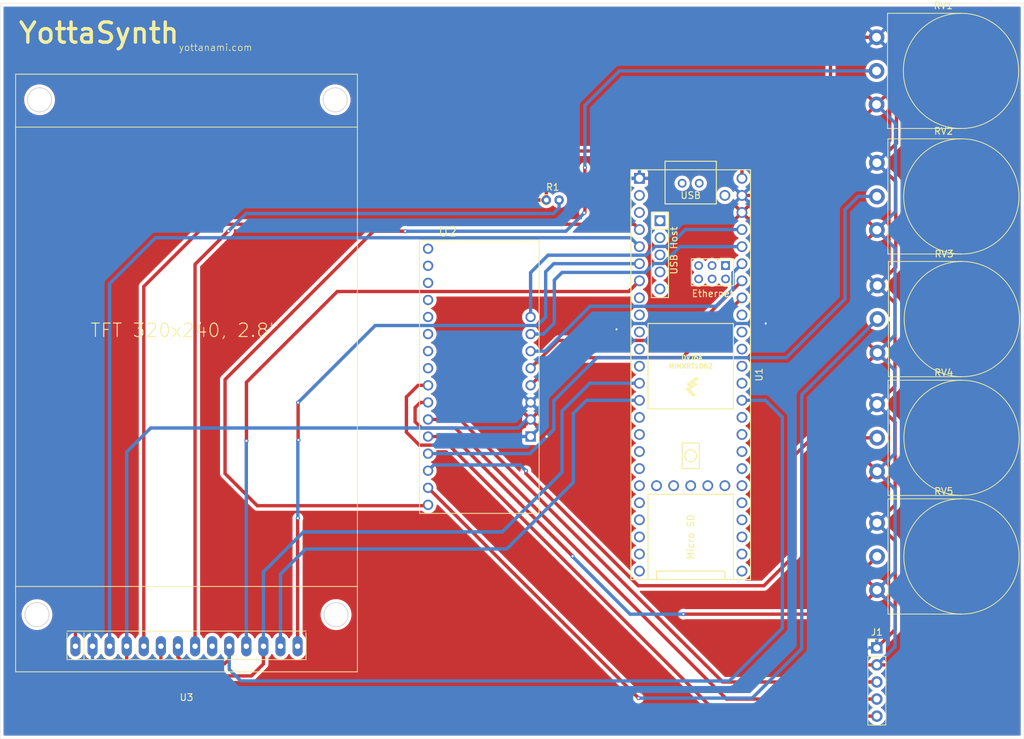
<source format=kicad_pcb>
(kicad_pcb (version 20240108) (generator "pcbnew") (generator_version "8.0")
  (layers (0 "F.Cu" signal) (31 "B.Cu" signal) (34 "B.Paste" user) (35 "F.Paste" user) (36 "B.SilkS" user "B.Silkscreen") (37 "F.SilkS" user "F.Silkscreen") (38 "B.Mask" user) (39 "F.Mask" user) (44 "Edge.Cuts" user))
  (net 0 "")
  (net 1 "Net-(J1-Pin_3)")
  (net 2 "Net-(J1-Pin_4)")
  (net 3 "Net-(J1-Pin_5)")
  (net 4 "Net-(U1-VIN)")
  (net 5 "Net-(U3-LED)")
  (net 6 "Net-(U2-C0)")
  (net 7 "Net-(U2-C3)")
  (net 8 "Net-(U2-C1)")
  (net 9 "Net-(U2-C2)")
  (net 10 "Net-(U2-C4)")
  (net 11 "Net-(U1-20_A6_TX5_LRCLK1)")
  (net 12 "Net-(U1-23_A9_CRX1_MCLK1)")
  (net 18 "Net-(U1-19_A5_SCL)")
  (net 25 "Net-(U1-21_A7_RX5_BCLK1)")
  (net 31 "Net-(U1-4_BCLK2)")
  (net 34 "Net-(U1-11_MOSI_CTX1)")
  (net 39 "Net-(U1-2_OUT2)")
  (net 47 "Net-(U1-5_IN2)")
  (net 50 "Net-(U1-22_A8_CTX1)")
  (net 57 "Net-(U1-3_LRCLK2)")
  (net 63 "Net-(U1-13_SCK_LED)")
  (net 68 "Net-(U1-12_MISO_MQSL)")
  (net 83 "/3V3")
  (net 84 "GND")
  (footprint "Potentiometer_THT:Potentiometer_Omeg_PC16BU_Vertical" (layer "F.Cu") (at 225.35 119.12)
    (property "Reference" "RV5" (at 9.915 -14.7 0) (layer "F.SilkS"))
    (property "Value" "R_Potentiometer")
    (fp_line (start 1.63 -13.57) (end 1.63 3.57) (stroke (width 0.12)) (layer "F.SilkS"))
    (fp_line (start 1.63 -13.57) (end 12.55 -13.57) (stroke (width 0.12)) (layer "F.SilkS"))
    (fp_line (start 1.63 3.57) (end 12.55 3.57) (stroke (width 0.12)) (layer "F.SilkS"))
    (fp_circle (center 12.55 -5) (end 21.12 -5) (stroke (width 0.12)) (fill none) (layer "F.SilkS"))
    (pad "1" thru_hole circle (at 0 0) (size 2.34 2.34) (drill 1.3) (layers "*.Cu" "*.Mask") (net 83 "/3V3"))
    (pad "2" thru_hole circle (at 0 -5) (size 2.34 2.34) (drill 1.3) (layers "*.Cu" "*.Mask") (net 10 "Net-(U2-C4)"))
    (pad "3" thru_hole circle (at 0 -10) (size 2.34 2.34) (drill 1.3) (layers "*.Cu" "*.Mask") (net 84 "GND"))
  )
  (footprint "Potentiometer_THT:Potentiometer_Omeg_PC16BU_Vertical" (layer "F.Cu") (at 225.41 83.81)
    (property "Reference" "RV3" (at 9.915 -14.7 0) (layer "F.SilkS"))
    (property "Value" "R_Potentiometer")
    (fp_line (start 1.63 -13.57) (end 1.63 3.57) (stroke (width 0.12)) (layer "F.SilkS"))
    (fp_line (start 1.63 -13.57) (end 12.55 -13.57) (stroke (width 0.12)) (layer "F.SilkS"))
    (fp_line (start 1.63 3.57) (end 12.55 3.57) (stroke (width 0.12)) (layer "F.SilkS"))
    (fp_circle (center 12.55 -5) (end 21.12 -5) (stroke (width 0.12)) (fill none) (layer "F.SilkS"))
    (pad "1" thru_hole circle (at 0 0) (size 2.34 2.34) (drill 1.3) (layers "*.Cu" "*.Mask") (net 83 "/3V3"))
    (pad "2" thru_hole circle (at 0 -5) (size 2.34 2.34) (drill 1.3) (layers "*.Cu" "*.Mask") (net 8 "Net-(U2-C1)"))
    (pad "3" thru_hole circle (at 0 -10) (size 2.34 2.34) (drill 1.3) (layers "*.Cu" "*.Mask") (net 84 "GND"))
  )
  (footprint "Resistor_THT:R_Axial_DIN0204_L3.6mm_D1.6mm_P1.90mm_Vertical" (layer "F.Cu") (at 176.19 61.1)
    (property "Reference" "R1" (at 0.95 -1.92 0) (layer "F.SilkS"))
    (property "Value" "R")
    (fp_arc (start 0.320095 0.749359) (mid -0.813042 -0.054435) (end 0.417133 -0.7) (stroke (width 0.12)) (layer "F.SilkS"))
    (pad "1" thru_hole circle (at 0 0) (size 1.4 1.4) (drill 0.7) (layers "*.Cu" "*.Mask") (net 4 "Net-(U1-VIN)"))
    (pad "2" thru_hole oval (at 1.9 0) (size 1.4 1.4) (drill 0.7) (layers "*.Cu" "*.Mask") (net 5 "Net-(U3-LED)"))
  )
  (footprint "BOB-09056:MODULE_BOB-09056" (layer "F.Cu") (at 166.23 87.39)
    (property "Reference" "U2" (at -4.695 -21.589 0) (layer "F.SilkS") (effects (font (size 1.4 1.4))))
    (property "Value" "BOB-09056")
    (fp_line (start -8.89 -20.32) (end -8.89 20.32) (stroke (width 0.127)) (layer "F.SilkS"))
    (fp_line (start -8.89 20.32) (end 8.89 20.32) (stroke (width 0.127)) (layer "F.SilkS"))
    (fp_line (start 8.89 -20.32) (end -8.89 -20.32) (stroke (width 0.127)) (layer "F.SilkS"))
    (fp_line (start 8.89 20.32) (end 8.89 -20.32) (stroke (width 0.127)) (layer "F.SilkS"))
    (fp_circle (center 10 8.89) (end 10.1 8.89) (stroke (width 0.2)) (fill none) (layer "F.SilkS"))
    (pad "JP1-1" thru_hole circle (at -7.62 19.05) (size 1.53 1.53) (drill 1.02) (layers "*.Cu" "*.Mask") (net 6 "Net-(U2-C0)"))
    (pad "JP1-2" thru_hole circle (at -7.62 16.51) (size 1.53 1.53) (drill 1.02) (layers "*.Cu" "*.Mask") (net 8 "Net-(U2-C1)"))
    (pad "JP1-3" thru_hole circle (at -7.62 13.97) (size 1.53 1.53) (drill 1.02) (layers "*.Cu" "*.Mask") (net 9 "Net-(U2-C2)"))
    (pad "JP1-4" thru_hole circle (at -7.62 11.43) (size 1.53 1.53) (drill 1.02) (layers "*.Cu" "*.Mask") (net 7 "Net-(U2-C3)"))
    (pad "JP1-5" thru_hole circle (at -7.62 8.89) (size 1.53 1.53) (drill 1.02) (layers "*.Cu" "*.Mask") (net 10 "Net-(U2-C4)"))
    (pad "JP1-6" thru_hole circle (at -7.62 6.35) (size 1.53 1.53) (drill 1.02) (layers "*.Cu" "*.Mask") (net 1 "Net-(J1-Pin_3)"))
    (pad "JP1-7" thru_hole circle (at -7.62 3.81) (size 1.53 1.53) (drill 1.02) (layers "*.Cu" "*.Mask") (net 2 "Net-(J1-Pin_4)"))
    (pad "JP1-8" thru_hole circle (at -7.62 1.27) (size 1.53 1.53) (drill 1.02) (layers "*.Cu" "*.Mask") (net 3 "Net-(J1-Pin_5)"))
    (pad "JP1-9" thru_hole circle (at -7.62 -1.27) (size 1.53 1.53) (drill 1.02) (layers "*.Cu" "*.Mask"))
    (pad "JP1-10" thru_hole circle (at -7.62 -3.81) (size 1.53 1.53) (drill 1.02) (layers "*.Cu" "*.Mask"))
    (pad "JP1-11" thru_hole circle (at -7.62 -6.35) (size 1.53 1.53) (drill 1.02) (layers "*.Cu" "*.Mask"))
    (pad "JP1-12" thru_hole circle (at -7.62 -8.89) (size 1.53 1.53) (drill 1.02) (layers "*.Cu" "*.Mask"))
    (pad "JP1-13" thru_hole circle (at -7.62 -11.43) (size 1.53 1.53) (drill 1.02) (layers "*.Cu" "*.Mask"))
    (pad "JP1-14" thru_hole circle (at -7.62 -13.97) (size 1.53 1.53) (drill 1.02) (layers "*.Cu" "*.Mask"))
    (pad "JP1-15" thru_hole circle (at -7.62 -16.51) (size 1.53 1.53) (drill 1.02) (layers "*.Cu" "*.Mask"))
    (pad "JP1-16" thru_hole circle (at -7.62 -19.05) (size 1.53 1.53) (drill 1.02) (layers "*.Cu" "*.Mask"))
    (pad "JP3-1" thru_hole rect (at 7.62 8.89) (size 1.53 1.53) (drill 1.02) (layers "*.Cu" "*.Mask") (net 84 "GND"))
    (pad "JP3-2" thru_hole circle (at 7.62 6.35) (size 1.53 1.53) (drill 1.02) (layers "*.Cu" "*.Mask") (net 83 "/3V3"))
    (pad "JP3-3" thru_hole circle (at 7.62 3.81) (size 1.53 1.53) (drill 1.02) (layers "*.Cu" "*.Mask") (net 84 "GND"))
    (pad "JP3-4" thru_hole circle (at 7.62 1.27) (size 1.53 1.53) (drill 1.02) (layers "*.Cu" "*.Mask") (net 18 "Net-(U1-19_A5_SCL)"))
    (pad "JP3-5" thru_hole circle (at 7.62 -1.27) (size 1.53 1.53) (drill 1.02) (layers "*.Cu" "*.Mask") (net 11 "Net-(U1-20_A6_TX5_LRCLK1)"))
    (pad "JP3-6" thru_hole circle (at 7.62 -3.81) (size 1.53 1.53) (drill 1.02) (layers "*.Cu" "*.Mask") (net 25 "Net-(U1-21_A7_RX5_BCLK1)"))
    (pad "JP3-7" thru_hole circle (at 7.62 -6.35) (size 1.53 1.53) (drill 1.02) (layers "*.Cu" "*.Mask") (net 50 "Net-(U1-22_A8_CTX1)"))
    (pad "JP3-8" thru_hole circle (at 7.62 -8.89) (size 1.53 1.53) (drill 1.02) (layers "*.Cu" "*.Mask") (net 12 "Net-(U1-23_A9_CRX1_MCLK1)"))
  )
  (footprint "Potentiometer_THT:Potentiometer_Omeg_PC16BU_Vertical" (layer "F.Cu") (at 225.33 65.56)
    (property "Reference" "RV2" (at 9.915 -14.7 0) (layer "F.SilkS"))
    (property "Value" "R_Potentiometer")
    (fp_line (start 1.63 -13.57) (end 1.63 3.57) (stroke (width 0.12)) (layer "F.SilkS"))
    (fp_line (start 1.63 -13.57) (end 12.55 -13.57) (stroke (width 0.12)) (layer "F.SilkS"))
    (fp_line (start 1.63 3.57) (end 12.55 3.57) (stroke (width 0.12)) (layer "F.SilkS"))
    (fp_circle (center 12.55 -5) (end 21.12 -5) (stroke (width 0.12)) (fill none) (layer "F.SilkS"))
    (pad "1" thru_hole circle (at 0 0) (size 2.34 2.34) (drill 1.3) (layers "*.Cu" "*.Mask") (net 83 "/3V3"))
    (pad "2" thru_hole circle (at 0 -5) (size 2.34 2.34) (drill 1.3) (layers "*.Cu" "*.Mask") (net 7 "Net-(U2-C3)"))
    (pad "3" thru_hole circle (at 0 -10) (size 2.34 2.34) (drill 1.3) (layers "*.Cu" "*.Mask") (net 84 "GND"))
  )
  (footprint "TFT:TFT-320x240" (layer "F.Cu") (at 122.7 127.47)
    (property "Reference" "U3" (at 0 7.62 0) (layer "F.SilkS"))
    (property "Value" "TFT_320x240")
    (fp_line (start -25.4 -85.09) (end -25.4 3.81) (stroke (width 0.12)) (layer "F.SilkS"))
    (fp_line (start -25.4 -77.216) (end 25.4 -77.216) (stroke (width 0.12)) (layer "F.SilkS"))
    (fp_line (start -25.4 -8.89) (end 25.4 -8.89) (stroke (width 0.12)) (layer "F.SilkS"))
    (fp_line (start -25.4 3.81) (end 25.4 3.81) (stroke (width 0.12)) (layer "F.SilkS"))
    (fp_line (start -17.76 -2.254) (end 17.76 -2.254) (stroke (width 0.12)) (layer "F.SilkS"))
    (fp_line (start -17.76 2) (end -17.76 -2) (stroke (width 0.12)) (layer "F.SilkS"))
    (fp_line (start -15.24 -2) (end -15.24 2) (stroke (width 0.12)) (layer "F.SilkS"))
    (fp_line (start 17.76 -2) (end 17.76 2) (stroke (width 0.12)) (layer "F.SilkS"))
    (fp_line (start 17.76 2) (end -17.76 2) (stroke (width 0.12)) (layer "F.SilkS"))
    (fp_line (start 25.4 -85.09) (end -25.4 -85.09) (stroke (width 0.12)) (layer "F.SilkS"))
    (fp_line (start 25.4 3.81) (end 25.4 -85.09) (stroke (width 0.12)) (layer "F.SilkS"))
    (fp_circle (center -22.225 -4.699) (end -20.428949 -4.699) (stroke (width 0.12)) (fill none) (layer "Edge.Cuts"))
    (fp_circle (center -21.844 -81.28) (end -20.047949 -81.28) (stroke (width 0.12)) (fill none) (layer "Edge.Cuts"))
    (fp_circle (center 22.098 -81.28) (end 23.894051 -81.28) (stroke (width 0.12)) (fill none) (layer "Edge.Cuts"))
    (fp_circle (center 22.225 -4.699) (end 24.021051 -4.699) (stroke (width 0.12)) (fill none) (layer "Edge.Cuts"))
    (fp_text user "TFT 320x240, 2.8\"" (at -0.254 -46.99 0) (layer "F.SilkS") (effects (font (size 2 2))))
    (pad "1" thru_hole oval (at -16.51 0) (size 1.5 3) (drill 0.8) (layers "*.Cu" "*.Mask") (net 4 "Net-(U1-VIN)"))
    (pad "2" thru_hole oval (at -13.97 0) (size 1.5 3) (drill 0.8) (layers "*.Cu" "*.Mask") (net 84 "GND"))
    (pad "3" thru_hole oval (at -11.43 0) (size 1.5 3) (drill 0.8) (layers "*.Cu" "*.Mask") (net 57 "Net-(U1-3_LRCLK2)"))
    (pad "4" thru_hole oval (at -8.89 0) (size 1.5 3) (drill 0.8) (layers "*.Cu" "*.Mask") (net 83 "/3V3"))
    (pad "5" thru_hole oval (at -6.35 0) (size 1.5 3) (drill 0.8) (layers "*.Cu" "*.Mask") (net 39 "Net-(U1-2_OUT2)"))
    (pad "6" thru_hole oval (at -3.81 0) (size 1.5 3) (drill 0.8) (layers "*.Cu" "*.Mask") (net 34 "Net-(U1-11_MOSI_CTX1)"))
    (pad "7" thru_hole oval (at -1.27 0) (size 1.5 3) (drill 0.8) (layers "*.Cu" "*.Mask") (net 63 "Net-(U1-13_SCK_LED)"))
    (pad "8" thru_hole oval (at 1.27 0) (size 1.5 3) (drill 0.8) (layers "*.Cu" "*.Mask") (net 5 "Net-(U3-LED)"))
    (pad "9" thru_hole oval (at 3.81 0) (size 1.5 3) (drill 0.8) (layers "*.Cu" "*.Mask"))
    (pad "10" thru_hole oval (at 6.35 0) (size 1.5 3) (drill 0.8) (layers "*.Cu" "*.Mask") (net 63 "Net-(U1-13_SCK_LED)"))
    (pad "11" thru_hole oval (at 8.89 0) (size 1.5 3) (drill 0.8) (layers "*.Cu" "*.Mask") (net 47 "Net-(U1-5_IN2)"))
    (pad "12" thru_hole oval (at 11.43 0) (size 1.5 3) (drill 0.8) (layers "*.Cu" "*.Mask") (net 34 "Net-(U1-11_MOSI_CTX1)"))
    (pad "13" thru_hole oval (at 13.97 0) (size 1.5 3) (drill 0.8) (layers "*.Cu" "*.Mask") (net 68 "Net-(U1-12_MISO_MQSL)"))
    (pad "14" thru_hole oval (at 16.51 0) (size 1.5 3) (drill 0.8) (layers "*.Cu" "*.Mask") (net 31 "Net-(U1-4_BCLK2)"))
  )
  (footprint "TEENAY:Teensy" (layer "F.Cu") (at 197.65 87.08 -90)
    (property "Reference" "U1" (at 0 -10.16 90) (layer "F.SilkS"))
    (property "Value" "Teensy4.1")
    (fp_line (start -30.48 8.89) (end -30.48 -8.89) (stroke (width 0.15)) (layer "F.SilkS"))
    (fp_line (start 30.48 8.89) (end -30.48 8.89) (stroke (width 0.15)) (layer "F.SilkS"))
    (fp_line (start -7.62 6.35) (end 5.08 6.35) (stroke (width 0.15)) (layer "F.SilkS"))
    (fp_line (start 5.08 6.35) (end 5.08 -6.35) (stroke (width 0.15)) (layer "F.SilkS"))
    (fp_line (start 17.78 6.35) (end 30.48 6.35) (stroke (width 0.15)) (layer "F.SilkS"))
    (fp_line (start -24.1808 5.8392) (end -24.1808 3.2992) (stroke (width 0.15)) (layer "F.SilkS"))
    (fp_line (start -11.4808 5.8392) (end -24.1808 5.8392) (stroke (width 0.15)) (layer "F.SilkS"))
    (fp_line (start 29.21 5.08) (end 30.48 5.08) (stroke (width 0.15)) (layer "F.SilkS"))
    (fp_line (start -31.75 3.81) (end -31.75 -3.81) (stroke (width 0.15)) (layer "F.SilkS"))
    (fp_line (start -30.48 3.81) (end -31.75 3.81) (stroke (width 0.15)) (layer "F.SilkS"))
    (fp_line (start -25.4 3.81) (end -30.48 3.81) (stroke (width 0.15)) (layer "F.SilkS"))
    (fp_line (start -25.4 3.81) (end -25.4 -3.81) (stroke (width 0.15)) (layer "F.SilkS"))
    (fp_line (start -24.1808 3.2992) (end -21.6408 3.2992) (stroke (width 0.15)) (layer "F.SilkS"))
    (fp_line (start -24.1808 3.2992) (end -11.4808 3.2992) (stroke (width 0.15)) (layer "F.SilkS"))
    (fp_line (start -21.6408 3.2992) (end -21.6408 5.8392) (stroke (width 0.15)) (layer "F.SilkS"))
    (fp_line (start -11.4808 3.2992) (end -11.4808 5.8392) (stroke (width 0.15)) (layer "F.SilkS"))
    (fp_line (start 10.16 1.27) (end 10.16 -1.27) (stroke (width 0.15)) (layer "F.SilkS"))
    (fp_line (start 13.97 1.27) (end 10.16 1.27) (stroke (width 0.15)) (layer "F.SilkS"))
    (fp_line (start -17.25 -0.1016) (end -13.25 -0.1016) (stroke (width 0.15)) (layer "F.SilkS"))
    (fp_line (start -13.25 -0.1016) (end -13.25 -6.3516) (stroke (width 0.15)) (layer "F.SilkS"))
    (fp_line (start 10.16 -1.27) (end 13.97 -1.27) (stroke (width 0.15)) (layer "F.SilkS"))
    (fp_line (start 13.97 -1.27) (end 13.97 1.27) (stroke (width 0.15)) (layer "F.SilkS"))
    (fp_line (start -31.75 -3.81) (end -30.48 -3.81) (stroke (width 0.15)) (layer "F.SilkS"))
    (fp_line (start -25.4 -3.81) (end -30.48 -3.81) (stroke (width 0.15)) (layer "F.SilkS"))
    (fp_line (start 29.21 -5.08) (end 29.21 5.08) (stroke (width 0.15)) (layer "F.SilkS"))
    (fp_line (start 30.48 -5.08) (end 29.21 -5.08) (stroke (width 0.15)) (layer "F.SilkS"))
    (fp_line (start -17.25 -6.1016) (end -17.25 -0.1016) (stroke (width 0.15)) (layer "F.SilkS"))
    (fp_line (start -7.62 -6.35) (end -7.62 6.35) (stroke (width 0.15)) (layer "F.SilkS"))
    (fp_line (start 5.08 -6.35) (end -7.62 -6.35) (stroke (width 0.15)) (layer "F.SilkS"))
    (fp_line (start 17.78 -6.35) (end 17.78 6.35) (stroke (width 0.15)) (layer "F.SilkS"))
    (fp_line (start 30.48 -6.35) (end 17.78 -6.35) (stroke (width 0.15)) (layer "F.SilkS"))
    (fp_line (start -17.25 -6.3516) (end -17.25 -6.1016) (stroke (width 0.15)) (layer "F.SilkS"))
    (fp_line (start -13.25 -6.3516) (end -17.25 -6.3516) (stroke (width 0.15)) (layer "F.SilkS"))
    (fp_line (start -30.48 -8.89) (end 30.48 -8.89) (stroke (width 0.15)) (layer "F.SilkS"))
    (fp_line (start 30.48 -8.89) (end 30.48 8.89) (stroke (width 0.15)) (layer "F.SilkS"))
    (fp_circle (center 12.065 0) (end 12.7 -0.635) (stroke (width 0.15)) (fill none) (layer "F.SilkS"))
    (fp_poly (pts (xy 2.435 0.455) (xy 2.181 0.709) (xy 1.927 0.328) (xy 2.181 0.074)) (stroke (width 0.1)) (fill solid) (layer "F.SilkS"))
    (fp_poly (pts (xy 1.673 0.328) (xy 1.419 0.582) (xy 1.165 0.201) (xy 1.419 -0.053)) (stroke (width 0.1)) (fill solid) (layer "F.SilkS"))
    (fp_poly (pts (xy 2.816 0.074) (xy 2.562 0.328) (xy 2.308 -0.053) (xy 2.562 -0.307)) (stroke (width 0.1)) (fill solid) (layer "F.SilkS"))
    (fp_poly (pts (xy 2.054 -0.053) (xy 1.8 0.201) (xy 1.546 -0.18) (xy 1.8 -0.434)) (stroke (width 0.1)) (fill solid) (layer "F.SilkS"))
    (fp_poly (pts (xy 1.292 -0.18) (xy 1.038 0.074) (xy 0.784 -0.307) (xy 1.038 -0.561)) (stroke (width 0.1)) (fill solid) (layer "F.SilkS"))
    (fp_poly (pts (xy 3.197 -0.307) (xy 2.943 -0.053) (xy 2.689 -0.434) (xy 2.943 -0.688)) (stroke (width 0.1)) (fill solid) (layer "F.SilkS"))
    (fp_poly (pts (xy 1.673 -0.561) (xy 1.419 -0.307) (xy 1.165 -0.688) (xy 1.419 -0.942)) (stroke (width 0.1)) (fill solid) (layer "F.SilkS"))
    (fp_poly (pts (xy 0.911 -0.688) (xy 0.657 -0.434) (xy 0.403 -0.815) (xy 0.657 -1.069)) (stroke (width 0.1)) (fill solid) (layer "F.SilkS"))
    (fp_text user "MIMXRT1062" (at -1.27 0 0) (layer "F.SilkS") (effects (font (size 0.7 0.7))))
    (fp_text user "Micro SD" (at 24.13 0 90) (layer "F.SilkS"))
    (fp_text user "DVJ6A" (at -2.54 -0.18 0) (layer "F.SilkS") (effects (font (size 0.7 0.7))))
    (fp_text user "USB" (at -26.67 0 0) (layer "F.SilkS"))
    (fp_text user "USB Host" (at -18.4658 2.4892 90) (layer "F.SilkS"))
    (fp_text user "Ethernet" (at -12.065 -3.2766 0) (layer "F.SilkS"))
    (pad "1" thru_hole rect (at -29.21 7.62 270) (size 1.6 1.6) (drill 1.1) (layers "*.Cu" "*.Mask") (net 84 "GND"))
    (pad "2" thru_hole circle (at -26.67 7.62 270) (size 1.6 1.6) (drill 1.1) (layers "*.Cu" "*.Mask"))
    (pad "3" thru_hole circle (at -24.13 7.62 270) (size 1.6 1.6) (drill 1.1) (layers "*.Cu" "*.Mask"))
    (pad "4" thru_hole circle (at -21.59 7.62 270) (size 1.6 1.6) (drill 1.1) (layers "*.Cu" "*.Mask") (net 39 "Net-(U1-2_OUT2)"))
    (pad "5" thru_hole circle (at -19.05 7.62 270) (size 1.6 1.6) (drill 1.1) (layers "*.Cu" "*.Mask") (net 57 "Net-(U1-3_LRCLK2)"))
    (pad "6" thru_hole circle (at -16.51 7.62 270) (size 1.6 1.6) (drill 1.1) (layers "*.Cu" "*.Mask") (net 31 "Net-(U1-4_BCLK2)"))
    (pad "7" thru_hole circle (at -13.97 7.62 270) (size 1.6 1.6) (drill 1.1) (layers "*.Cu" "*.Mask") (net 47 "Net-(U1-5_IN2)"))
    (pad "8" thru_hole circle (at -11.43 7.62 270) (size 1.6 1.6) (drill 1.1) (layers "*.Cu" "*.Mask"))
    (pad "9" thru_hole circle (at -8.89 7.62 270) (size 1.6 1.6) (drill 1.1) (layers "*.Cu" "*.Mask"))
    (pad "10" thru_hole circle (at -6.35 7.62 270) (size 1.6 1.6) (drill 1.1) (layers "*.Cu" "*.Mask"))
    (pad "11" thru_hole circle (at -3.81 7.62 270) (size 1.6 1.6) (drill 1.1) (layers "*.Cu" "*.Mask"))
    (pad "12" thru_hole circle (at -1.27 7.62 270) (size 1.6 1.6) (drill 1.1) (layers "*.Cu" "*.Mask"))
    (pad "13" thru_hole circle (at 1.27 7.62 270) (size 1.6 1.6) (drill 1.1) (layers "*.Cu" "*.Mask") (net 34 "Net-(U1-11_MOSI_CTX1)"))
    (pad "14" thru_hole circle (at 3.81 7.62 270) (size 1.6 1.6) (drill 1.1) (layers "*.Cu" "*.Mask") (net 68 "Net-(U1-12_MISO_MQSL)"))
    (pad "15" thru_hole circle (at 6.35 7.62 270) (size 1.6 1.6) (drill 1.1) (layers "*.Cu" "*.Mask"))
    (pad "16" thru_hole circle (at 8.89 7.62 270) (size 1.6 1.6) (drill 1.1) (layers "*.Cu" "*.Mask"))
    (pad "17" thru_hole circle (at 11.43 7.62 270) (size 1.6 1.6) (drill 1.1) (layers "*.Cu" "*.Mask"))
    (pad "18" thru_hole circle (at 13.97 7.62 270) (size 1.6 1.6) (drill 1.1) (layers "*.Cu" "*.Mask"))
    (pad "19" thru_hole circle (at 16.51 7.62 270) (size 1.6 1.6) (drill 1.1) (layers "*.Cu" "*.Mask"))
    (pad "20" thru_hole circle (at 19.05 7.62 270) (size 1.6 1.6) (drill 1.1) (layers "*.Cu" "*.Mask"))
    (pad "21" thru_hole circle (at 21.59 7.62 270) (size 1.6 1.6) (drill 1.1) (layers "*.Cu" "*.Mask"))
    (pad "22" thru_hole circle (at 24.13 7.62 270) (size 1.6 1.6) (drill 1.1) (layers "*.Cu" "*.Mask"))
    (pad "23" thru_hole circle (at 26.67 7.62 270) (size 1.6 1.6) (drill 1.1) (layers "*.Cu" "*.Mask"))
    (pad "24" thru_hole circle (at 29.21 7.62 270) (size 1.6 1.6) (drill 1.1) (layers "*.Cu" "*.Mask"))
    (pad "25" thru_hole circle (at 29.21 -7.62 270) (size 1.6 1.6) (drill 1.1) (layers "*.Cu" "*.Mask"))
    (pad "26" thru_hole circle (at 26.67 -7.62 270) (size 1.6 1.6) (drill 1.1) (layers "*.Cu" "*.Mask"))
    (pad "27" thru_hole circle (at 24.13 -7.62 270) (size 1.6 1.6) (drill 1.1) (layers "*.Cu" "*.Mask"))
    (pad "28" thru_hole circle (at 21.59 -7.62 270) (size 1.6 1.6) (drill 1.1) (layers "*.Cu" "*.Mask"))
    (pad "29" thru_hole circle (at 19.05 -7.62 270) (size 1.6 1.6) (drill 1.1) (layers "*.Cu" "*.Mask"))
    (pad "30" thru_hole circle (at 16.51 -7.62 270) (size 1.6 1.6) (drill 1.1) (layers "*.Cu" "*.Mask"))
    (pad "31" thru_hole circle (at 13.97 -7.62 270) (size 1.6 1.6) (drill 1.1) (layers "*.Cu" "*.Mask"))
    (pad "32" thru_hole circle (at 11.43 -7.62 270) (size 1.6 1.6) (drill 1.1) (layers "*.Cu" "*.Mask"))
    (pad "33" thru_hole circle (at 8.89 -7.62 270) (size 1.6 1.6) (drill 1.1) (layers "*.Cu" "*.Mask"))
    (pad "34" thru_hole circle (at 6.35 -7.62 270) (size 1.6 1.6) (drill 1.1) (layers "*.Cu" "*.Mask"))
    (pad "35" thru_hole circle (at 3.81 -7.62 270) (size 1.6 1.6) (drill 1.1) (layers "*.Cu" "*.Mask") (net 63 "Net-(U1-13_SCK_LED)"))
    (pad "36" thru_hole circle (at 1.27 -7.62 270) (size 1.6 1.6) (drill 1.1) (layers "*.Cu" "*.Mask"))
    (pad "37" thru_hole circle (at -1.27 -7.62 270) (size 1.6 1.6) (drill 1.1) (layers "*.Cu" "*.Mask"))
    (pad "38" thru_hole circle (at -3.81 -7.62 270) (size 1.6 1.6) (drill 1.1) (layers "*.Cu" "*.Mask"))
    (pad "39" thru_hole circle (at -6.35 -7.62 270) (size 1.6 1.6) (drill 1.1) (layers "*.Cu" "*.Mask"))
    (pad "40" thru_hole circle (at -8.89 -7.62 270) (size 1.6 1.6) (drill 1.1) (layers "*.Cu" "*.Mask"))
    (pad "41" thru_hole circle (at -11.43 -7.62 270) (size 1.6 1.6) (drill 1.1) (layers "*.Cu" "*.Mask") (net 18 "Net-(U1-19_A5_SCL)"))
    (pad "42" thru_hole circle (at -13.97 -7.62 270) (size 1.6 1.6) (drill 1.1) (layers "*.Cu" "*.Mask") (net 11 "Net-(U1-20_A6_TX5_LRCLK1)"))
    (pad "43" thru_hole circle (at -16.51 -7.62 270) (size 1.6 1.6) (drill 1.1) (layers "*.Cu" "*.Mask") (net 25 "Net-(U1-21_A7_RX5_BCLK1)"))
    (pad "44" thru_hole circle (at -19.05 -7.62 270) (size 1.6 1.6) (drill 1.1) (layers "*.Cu" "*.Mask") (net 50 "Net-(U1-22_A8_CTX1)"))
    (pad "45" thru_hole circle (at -21.59 -7.62 270) (size 1.6 1.6) (drill 1.1) (layers "*.Cu" "*.Mask") (net 12 "Net-(U1-23_A9_CRX1_MCLK1)"))
    (pad "46" thru_hole circle (at -24.13 -7.62 270) (size 1.6 1.6) (drill 1.1) (layers "*.Cu" "*.Mask") (net 83 "/3V3"))
    (pad "47" thru_hole circle (at -26.67 -7.62 270) (size 1.6 1.6) (drill 1.1) (layers "*.Cu" "*.Mask") (net 84 "GND"))
    (pad "48" thru_hole circle (at -29.21 -7.62 270) (size 1.6 1.6) (drill 1.1) (layers "*.Cu" "*.Mask") (net 4 "Net-(U1-VIN)"))
    (pad "49" thru_hole circle (at -26.67 -5.08 270) (size 1.6 1.6) (drill 1.1) (layers "*.Cu" "*.Mask"))
    (pad "50" thru_hole circle (at 16.51 5.08 270) (size 1.6 1.6) (drill 1.1) (layers "*.Cu" "*.Mask"))
    (pad "51" thru_hole circle (at 16.51 2.54 270) (size 1.6 1.6) (drill 1.1) (layers "*.Cu" "*.Mask"))
    (pad "52" thru_hole circle (at 16.51 0 270) (size 1.6 1.6) (drill 1.1) (layers "*.Cu" "*.Mask"))
    (pad "53" thru_hole circle (at 16.51 -2.54 270) (size 1.6 1.6) (drill 1.1) (layers "*.Cu" "*.Mask"))
    (pad "54" thru_hole circle (at 16.51 -5.08 270) (size 1.6 1.6) (drill 1.1) (layers "*.Cu" "*.Mask"))
    (pad "55" thru_hole rect (at -22.9108 4.5692 270) (size 1.6 1.6) (drill 1.1) (layers "*.Cu" "*.Mask"))
    (pad "56" thru_hole circle (at -20.3708 4.5692 270) (size 1.6 1.6) (drill 1.1) (layers "*.Cu" "*.Mask"))
    (pad "57" thru_hole circle (at -17.8308 4.5692 270) (size 1.6 1.6) (drill 1.1) (layers "*.Cu" "*.Mask"))
    (pad "58" thru_hole circle (at -15.2908 4.5692 270) (size 1.6 1.6) (drill 1.1) (layers "*.Cu" "*.Mask"))
    (pad "59" thru_hole circle (at -12.7508 4.5692 270) (size 1.6 1.6) (drill 1.1) (layers "*.Cu" "*.Mask"))
    (pad "60" thru_hole rect (at -16.24 -5.1816 270) (size 1.3 1.3) (drill 0.8) (layers "*.Cu" "*.Mask"))
    (pad "61" thru_hole circle (at -16.24 -3.1816 270) (size 1.3 1.3) (drill 0.8) (layers "*.Cu" "*.Mask"))
    (pad "62" thru_hole circle (at -16.24 -1.1816 270) (size 1.3 1.3) (drill 0.8) (layers "*.Cu" "*.Mask"))
    (pad "63" thru_hole circle (at -14.24 -1.1816 270) (size 1.3 1.3) (drill 0.8) (layers "*.Cu" "*.Mask"))
    (pad "64" thru_hole circle (at -14.24 -3.1816 270) (size 1.3 1.3) (drill 0.8) (layers "*.Cu" "*.Mask"))
    (pad "65" thru_hole circle (at -14.24 -5.1816 270) (size 1.3 1.3) (drill 0.8) (layers "*.Cu" "*.Mask"))
    (pad "66" thru_hole circle (at -28.48 -1.27 270) (size 1.3 1.3) (drill 0.8) (layers "*.Cu" "*.Mask"))
    (pad "67" thru_hole circle (at -28.48 1.27 270) (size 1.3 1.3) (drill 0.8) (layers "*.Cu" "*.Mask"))
  )
  (footprint "Connector_PinHeader_2.54mm:PinHeader_1x05_P2.54mm_Vertical" (layer "F.Cu") (at 225.32 127.71)
    (property "Reference" "J1" (at 0 -2.33 0) (layer "F.SilkS"))
    (property "Value" "Conn_01x05")
    (fp_line (start -1.33 -1.33) (end 0 -1.33) (stroke (width 0.12)) (layer "F.SilkS"))
    (fp_line (start -1.33 0) (end -1.33 -1.33) (stroke (width 0.12)) (layer "F.SilkS"))
    (fp_line (start -1.33 1.27) (end -1.33 11.49) (stroke (width 0.12)) (layer "F.SilkS"))
    (fp_line (start -1.33 1.27) (end 1.33 1.27) (stroke (width 0.12)) (layer "F.SilkS"))
    (fp_line (start -1.33 11.49) (end 1.33 11.49) (stroke (width 0.12)) (layer "F.SilkS"))
    (fp_line (start 1.33 1.27) (end 1.33 11.49) (stroke (width 0.12)) (layer "F.SilkS"))
    (pad "1" thru_hole rect (at 0 0) (size 1.7 1.7) (drill 1) (layers "*.Cu" "*.Mask") (net 84 "GND"))
    (pad "2" thru_hole oval (at 0 2.54) (size 1.7 1.7) (drill 1) (layers "*.Cu" "*.Mask") (net 83 "/3V3"))
    (pad "3" thru_hole oval (at 0 5.08) (size 1.7 1.7) (drill 1) (layers "*.Cu" "*.Mask") (net 1 "Net-(J1-Pin_3)"))
    (pad "4" thru_hole oval (at 0 7.62) (size 1.7 1.7) (drill 1) (layers "*.Cu" "*.Mask") (net 2 "Net-(J1-Pin_4)"))
    (pad "5" thru_hole oval (at 0 10.16) (size 1.7 1.7) (drill 1) (layers "*.Cu" "*.Mask") (net 3 "Net-(J1-Pin_5)"))
  )
  (footprint "Potentiometer_THT:Potentiometer_Omeg_PC16BU_Vertical" (layer "F.Cu") (at 225.36 101.47)
    (property "Reference" "RV4" (at 9.915 -14.7 0) (layer "F.SilkS"))
    (property "Value" "R_Potentiometer")
    (fp_line (start 1.63 -13.57) (end 1.63 3.57) (stroke (width 0.12)) (layer "F.SilkS"))
    (fp_line (start 1.63 -13.57) (end 12.55 -13.57) (stroke (width 0.12)) (layer "F.SilkS"))
    (fp_line (start 1.63 3.57) (end 12.55 3.57) (stroke (width 0.12)) (layer "F.SilkS"))
    (fp_circle (center 12.55 -5) (end 21.12 -5) (stroke (width 0.12)) (fill none) (layer "F.SilkS"))
    (pad "1" thru_hole circle (at 0 0) (size 2.34 2.34) (drill 1.3) (layers "*.Cu" "*.Mask") (net 83 "/3V3"))
    (pad "2" thru_hole circle (at 0 -5) (size 2.34 2.34) (drill 1.3) (layers "*.Cu" "*.Mask") (net 9 "Net-(U2-C2)"))
    (pad "3" thru_hole circle (at 0 -10) (size 2.34 2.34) (drill 1.3) (layers "*.Cu" "*.Mask") (net 84 "GND"))
  )
  (footprint "Potentiometer_THT:Potentiometer_Omeg_PC16BU_Vertical" (layer "F.Cu") (at 225.28 46.89)
    (property "Reference" "RV1" (at 9.915 -14.7 0) (layer "F.SilkS"))
    (property "Value" "R_Potentiometer")
    (fp_line (start 1.63 -13.57) (end 1.63 3.57) (stroke (width 0.12)) (layer "F.SilkS"))
    (fp_line (start 1.63 -13.57) (end 12.55 -13.57) (stroke (width 0.12)) (layer "F.SilkS"))
    (fp_line (start 1.63 3.57) (end 12.55 3.57) (stroke (width 0.12)) (layer "F.SilkS"))
    (fp_circle (center 12.55 -5) (end 21.12 -5) (stroke (width 0.12)) (fill none) (layer "F.SilkS"))
    (pad "1" thru_hole circle (at 0 0) (size 2.34 2.34) (drill 1.3) (layers "*.Cu" "*.Mask") (net 83 "/3V3"))
    (pad "2" thru_hole circle (at 0 -5) (size 2.34 2.34) (drill 1.3) (layers "*.Cu" "*.Mask") (net 6 "Net-(U2-C0)"))
    (pad "3" thru_hole circle (at 0 -10) (size 2.34 2.34) (drill 1.3) (layers "*.Cu" "*.Mask") (net 84 "GND"))
  )
  (gr_rect (start 95 31.84) (end 247.19 141.26) (stroke (width 0.05)) (fill none) (layer "Edge.Cuts"))
  (gr_text "yottanami.com" (at 121.5 39 0) (layer "F.SilkS") (effects (font (size 1 1) (thickness 0.1)) (justify left bottom)))
  (gr_text "YottaSynth" (at 97.5 38 0) (layer "F.SilkS") (effects (font (size 3 3) (thickness 0.5)) (justify left bottom)))
  (segment (start 163.35 93.74) (end 158.61 93.74) (width 0.5) (layer "F.Cu") (net 1))
  (segment (start 225.32 132.79) (end 202.4 132.79) (width 0.5) (layer "F.Cu") (net 1))
  (segment (start 202.4 132.79) (end 163.35 93.74) (width 0.5) (layer "F.Cu") (net 1))
  (segment (start 156.68 91.98) (end 157.46 91.2) (width 0.5) (layer "F.Cu") (net 2))
  (segment (start 157.63 95.03) (end 156.68 94.08) (width 0.5) (layer "F.Cu") (net 2))
  (segment (start 225.32 135.33) (end 202.97 135.33) (width 0.5) (layer "F.Cu") (net 2))
  (segment (start 162.67 95.03) (end 157.63 95.03) (width 0.5) (layer "F.Cu") (net 2))
  (segment (start 157.46 91.2) (end 158.61 91.2) (width 0.5) (layer "F.Cu") (net 2))
  (segment (start 202.97 135.33) (end 162.67 95.03) (width 0.5) (layer "F.Cu") (net 2))
  (segment (start 156.68 94.08) (end 156.68 91.98) (width 0.5) (layer "F.Cu") (net 2))
  (segment (start 202.02 137.87) (end 161.71 97.56) (width 0.5) (layer "F.Cu") (net 3))
  (segment (start 157.12 88.66) (end 158.61 88.66) (width 0.5) (layer "F.Cu") (net 3))
  (segment (start 155.39 95.64) (end 155.39 90.39) (width 0.5) (layer "F.Cu") (net 3))
  (segment (start 157.31 97.56) (end 155.39 95.64) (width 0.5) (layer "F.Cu") (net 3))
  (segment (start 225.32 137.87) (end 202.02 137.87) (width 0.5) (layer "F.Cu") (net 3))
  (segment (start 161.71 97.56) (end 157.31 97.56) (width 0.5) (layer "F.Cu") (net 3))
  (segment (start 155.39 90.39) (end 157.12 88.66) (width 0.5) (layer "F.Cu") (net 3))
  (segment (start 114.22 61.1) (end 106.19 69.13) (width 0.5) (layer "F.Cu") (net 4))
  (segment (start 176.19 56.4) (end 176.19 61.1) (width 0.5) (layer "F.Cu") (net 4))
  (segment (start 178.79 53.8) (end 176.19 56.4) (width 0.5) (layer "F.Cu") (net 4))
  (segment (start 176.08 60.99) (end 176.11 61.02) (width 0.5) (layer "F.Cu") (net 4))
  (segment (start 205.27 55.77) (end 203.3 53.8) (width 0.5) (layer "F.Cu") (net 4))
  (segment (start 203.3 53.8) (end 178.79 53.8) (width 0.5) (layer "F.Cu") (net 4))
  (segment (start 176.19 61.1) (end 114.22 61.1) (width 0.5) (layer "F.Cu") (net 4))
  (segment (start 205.27 57.87) (end 205.27 55.77) (width 0.5) (layer "F.Cu") (net 4))
  (segment (start 106.19 69.13) (end 106.19 127.47) (width 0.5) (layer "F.Cu") (net 4))
  (segment (start 123.97 70.66) (end 123.97 127.47) (width 0.5) (layer "F.Cu") (net 5))
  (segment (start 128.94 65.71) (end 128.92 65.71) (width 0.5) (layer "F.Cu") (net 5))
  (segment (start 128.92 65.71) (end 123.97 70.66) (width 0.5) (layer "F.Cu") (net 5))
  (via (at 128.94 65.71) (size 0.6) (drill 0.3) (layers "F.Cu" "B.Cu") (net 5))
  (segment (start 131.55 63.1) (end 177.26 63.1) (width 0.5) (layer "B.Cu") (net 5))
  (segment (start 178.09 62.27) (end 178.09 61.1) (width 0.5) (layer "B.Cu") (net 5))
  (segment (start 177.26 63.1) (end 178.09 62.27) (width 0.5) (layer "B.Cu") (net 5))
  (segment (start 128.94 65.71) (end 131.55 63.1) (width 0.5) (layer "B.Cu") (net 5))
  (segment (start 158.48 106.57) (end 158.61 106.44) (width 0.5) (layer "F.Cu") (net 6))
  (segment (start 181.92 56.28) (end 181.92 62.92) (width 0.5) (layer "F.Cu") (net 6))
  (segment (start 150.49 65.74) (end 128.43 87.8) (width 0.5) (layer "F.Cu") (net 6))
  (segment (start 128.43 87.8) (end 128.43 101.78) (width 0.5) (layer "F.Cu") (net 6))
  (segment (start 133.22 106.57) (end 158.48 106.57) (width 0.5) (layer "F.Cu") (net 6))
  (segment (start 128.43 101.78) (end 133.22 106.57) (width 0.5) (layer "F.Cu") (net 6))
  (segment (start 155.22 65.74) (end 150.49 65.74) (width 0.5) (layer "F.Cu") (net 6))
  (segment (start 181.92 62.92) (end 181.83 63.01) (width 0.5) (layer "F.Cu") (net 6))
  (via (at 155.22 65.74) (size 0.6) (drill 0.3) (layers "F.Cu" "B.Cu") (net 6))
  (via (at 181.83 63.01) (size 0.6) (drill 0.3) (layers "F.Cu" "B.Cu") (net 6))
  (via (at 181.92 56.28) (size 0.6) (drill 0.3) (layers "F.Cu" "B.Cu") (net 6))
  (segment (start 181.92 47.03) (end 181.92 56.28) (width 0.5) (layer "B.Cu") (net 6))
  (segment (start 225.28 41.89) (end 187.06 41.89) (width 0.5) (layer "B.Cu") (net 6))
  (segment (start 187.06 41.89) (end 181.92 47.03) (width 0.5) (layer "B.Cu") (net 6))
  (segment (start 181.83 63.01) (end 179.1 65.74) (width 0.5) (layer "B.Cu") (net 6))
  (segment (start 179.1 65.74) (end 155.22 65.74) (width 0.5) (layer "B.Cu") (net 6))
  (segment (start 211.86 84.55) (end 220.59 75.82) (width 0.5) (layer "B.Cu") (net 7))
  (segment (start 222.56 60.56) (end 225.33 60.56) (width 0.5) (layer "B.Cu") (net 7))
  (segment (start 173.74 98.82) (end 177.31 95.25) (width 0.5) (layer "B.Cu") (net 7))
  (segment (start 220.59 62.53) (end 222.56 60.56) (width 0.5) (layer "B.Cu") (net 7))
  (segment (start 158.61 98.82) (end 173.74 98.82) (width 0.5) (layer "B.Cu") (net 7))
  (segment (start 177.31 95.25) (end 177.31 90.95) (width 0.5) (layer "B.Cu") (net 7))
  (segment (start 183.71 84.55) (end 211.86 84.55) (width 0.5) (layer "B.Cu") (net 7))
  (segment (start 177.31 90.95) (end 183.71 84.55) (width 0.5) (layer "B.Cu") (net 7))
  (segment (start 220.59 75.82) (end 220.59 62.53) (width 0.5) (layer "B.Cu") (net 7))
  (segment (start 182.83 128.12) (end 158.61 103.9) (width 0.5) (layer "F.Cu") (net 8))
  (segment (start 182.83 128.13) (end 182.83 128.12) (width 0.5) (layer "F.Cu") (net 8))
  (segment (start 189.89 135.19) (end 182.83 128.13) (width 0.5) (layer "F.Cu") (net 8))
  (via (at 189.89 135.19) (size 0.6) (drill 0.3) (layers "F.Cu" "B.Cu") (net 8))
  (segment (start 206.8 135.19) (end 214.16 127.83) (width 0.5) (layer "B.Cu") (net 8))
  (segment (start 214.16 90.06) (end 225.41 78.81) (width 0.5) (layer "B.Cu") (net 8))
  (segment (start 189.89 135.19) (end 206.8 135.19) (width 0.5) (layer "B.Cu") (net 8))
  (segment (start 214.16 127.83) (end 214.16 90.06) (width 0.5) (layer "B.Cu") (net 8))
  (segment (start 215.7 96.47) (end 213.17 99) (width 0.5) (layer "F.Cu") (net 9))
  (segment (start 173.16 101.78) (end 173.16 101.38) (width 0.5) (layer "F.Cu") (net 9))
  (segment (start 189.85 118.47) (end 173.16 101.78) (width 0.5) (layer "F.Cu") (net 9))
  (segment (start 225.36 96.47) (end 215.7 96.47) (width 0.5) (layer "F.Cu") (net 9))
  (segment (start 208.54 118.47) (end 189.85 118.47) (width 0.5) (layer "F.Cu") (net 9))
  (segment (start 213.17 99) (end 213.17 113.84) (width 0.5) (layer "F.Cu") (net 9))
  (segment (start 213.17 113.84) (end 208.54 118.47) (width 0.5) (layer "F.Cu") (net 9))
  (via (at 173.16 101.38) (size 0.6) (drill 0.3) (layers "F.Cu" "B.Cu") (net 9))
  (segment (start 173.16 101.38) (end 172.29 100.51) (width 0.5) (layer "B.Cu") (net 9))
  (segment (start 159.46 100.51) (end 158.61 101.36) (width 0.5) (layer "B.Cu") (net 9))
  (segment (start 172.29 100.51) (end 159.46 100.51) (width 0.5) (layer "B.Cu") (net 9))
  (segment (start 225.35 114.12) (end 216.77 122.7) (width 0.5) (layer "F.Cu") (net 10))
  (segment (start 180.09 114.07) (end 162.3 96.28) (width 0.5) (layer "F.Cu") (net 10))
  (segment (start 162.3 96.28) (end 158.61 96.28) (width 0.5) (layer "F.Cu") (net 10))
  (segment (start 216.77 122.7) (end 196.56 122.7) (width 0.5) (layer "F.Cu") (net 10))
  (segment (start 180.09 114.09) (end 180.09 114.07) (width 0.5) (layer "F.Cu") (net 10))
  (via (at 196.56 122.7) (size 0.6) (drill 0.3) (layers "F.Cu" "B.Cu") (net 10))
  (via (at 180.09 114.09) (size 0.6) (drill 0.3) (layers "F.Cu" "B.Cu") (net 10))
  (segment (start 180.09 114.15) (end 188.64 122.7) (width 0.5) (layer "B.Cu") (net 10))
  (segment (start 180.09 114.09) (end 180.09 114.15) (width 0.5) (layer "B.Cu") (net 10))
  (segment (start 188.64 122.7) (end 196.56 122.7) (width 0.5) (layer "B.Cu") (net 10))
  (segment (start 196.4 81.98) (end 177.99 81.98) (width 0.5) (layer "F.Cu") (net 11))
  (segment (start 205.27 73.11) (end 196.4 81.98) (width 0.5) (layer "F.Cu") (net 11))
  (segment (start 177.99 81.98) (end 173.85 86.12) (width 0.5) (layer "F.Cu") (net 11))
  (segment (start 194.36 68) (end 193.599367 68) (width 0.5) (layer "B.Cu") (net 12))
  (segment (start 196.87 65.49) (end 194.36 68) (width 0.5) (layer "B.Cu") (net 12))
  (segment (start 191.06 69.3) (end 176.44 69.3) (width 0.5) (layer "B.Cu") (net 12))
  (segment (start 192.3608 67.9992) (end 191.06 69.3) (width 0.5) (layer "B.Cu") (net 12))
  (segment (start 176.44 69.3) (end 173.85 71.89) (width 0.5) (layer "B.Cu") (net 12))
  (segment (start 193.599367 68) (end 193.598567 67.9992) (width 0.5) (layer "B.Cu") (net 12))
  (segment (start 193.598567 67.9992) (end 192.3608 67.9992) (width 0.5) (layer "B.Cu") (net 12))
  (segment (start 205.27 65.49) (end 196.87 65.49) (width 0.5) (layer "B.Cu") (net 12))
  (segment (start 173.85 71.89) (end 173.85 78.5) (width 0.5) (layer "B.Cu") (net 12))
  (segment (start 196.37 84.55) (end 177.96 84.55) (width 0.5) (layer "F.Cu") (net 18))
  (segment (start 205.27 75.65) (end 196.37 84.55) (width 0.5) (layer "F.Cu") (net 18))
  (segment (start 177.96 84.55) (end 173.85 88.66) (width 0.5) (layer "F.Cu") (net 18))
  (segment (start 203.9316 72.384365) (end 203.9316 73.295635) (width 0.5) (layer "B.Cu") (net 25))
  (segment (start 203.93 72.382765) (end 203.9316 72.384365) (width 0.5) (layer "B.Cu") (net 25))
  (segment (start 201.38 76.9) (end 182.69 76.9) (width 0.5) (layer "B.Cu") (net 25))
  (segment (start 203.9316 73.295635) (end 203.93 73.297235) (width 0.5) (layer "B.Cu") (net 25))
  (segment (start 182.69 76.9) (end 176.01 83.58) (width 0.5) (layer "B.Cu") (net 25))
  (segment (start 203.93 74.35) (end 201.38 76.9) (width 0.5) (layer "B.Cu") (net 25))
  (segment (start 205.27 70.57) (end 203.93 71.91) (width 0.5) (layer "B.Cu") (net 25))
  (segment (start 176.01 83.58) (end 173.85 83.58) (width 0.5) (layer "B.Cu") (net 25))
  (segment (start 203.93 73.297235) (end 203.93 74.35) (width 0.5) (layer "B.Cu") (net 25))
  (segment (start 203.93 71.91) (end 203.93 72.382765) (width 0.5) (layer "B.Cu") (net 25))
  (segment (start 139.29 96.75) (end 139.29 91.23) (width 0.5) (layer "F.Cu") (net 31))
  (segment (start 139.21 127.47) (end 139.21 108.46) (width 0.5) (layer "F.Cu") (net 31))
  (segment (start 139.21 108.46) (end 139.25 108.42) (width 0.5) (layer "F.Cu") (net 31))
  (segment (start 139.35 96.81) (end 139.29 96.75) (width 0.5) (layer "F.Cu") (net 31))
  (via (at 139.25 108.42) (size 0.6) (drill 0.3) (layers "F.Cu" "B.Cu") (net 31))
  (via (at 139.35 96.81) (size 0.6) (drill 0.3) (layers "F.Cu" "B.Cu") (net 31))
  (via (at 139.29 91.23) (size 0.6) (drill 0.3) (layers "F.Cu" "B.Cu") (net 31))
  (segment (start 176.09 71.77) (end 177.29 70.57) (width 0.5) (layer "B.Cu") (net 31))
  (segment (start 139.29 91.23) (end 150.76 79.76) (width 0.5) (layer "B.Cu") (net 31))
  (segment (start 139.25 108.42) (end 139.25 96.91) (width 0.5) (layer "B.Cu") (net 31))
  (segment (start 174.85 79.76) (end 176.09 78.52) (width 0.5) (layer "B.Cu") (net 31))
  (segment (start 139.25 96.91) (end 139.35 96.81) (width 0.5) (layer "B.Cu") (net 31))
  (segment (start 176.09 78.52) (end 176.09 71.77) (width 0.5) (layer "B.Cu") (net 31))
  (segment (start 150.76 79.76) (end 174.85 79.76) (width 0.5) (layer "B.Cu") (net 31))
  (segment (start 177.29 70.57) (end 190.03 70.57) (width 0.5) (layer "B.Cu") (net 31))
  (segment (start 134.13 130.11) (end 134.13 127.47) (width 0.5) (layer "F.Cu") (net 34))
  (segment (start 120.75 131.89) (end 132.35 131.89) (width 0.5) (layer "F.Cu") (net 34))
  (segment (start 118.89 130.03) (end 120.75 131.89) (width 0.5) (layer "F.Cu") (net 34))
  (segment (start 132.35 131.89) (end 134.13 130.11) (width 0.5) (layer "F.Cu") (net 34))
  (segment (start 118.89 127.47) (end 118.89 130.03) (width 0.5) (layer "F.Cu") (net 34))
  (segment (start 140.09 110.46) (end 169.64 110.46) (width 0.5) (layer "B.Cu") (net 34))
  (segment (start 178.52 92.48) (end 182.65 88.35) (width 0.5) (layer "B.Cu") (net 34))
  (segment (start 134.13 116.42) (end 140.09 110.46) (width 0.5) (layer "B.Cu") (net 34))
  (segment (start 134.13 127.47) (end 134.13 116.42) (width 0.5) (layer "B.Cu") (net 34))
  (segment (start 178.52 101.58) (end 178.52 92.48) (width 0.5) (layer "B.Cu") (net 34))
  (segment (start 169.64 110.46) (end 178.52 101.58) (width 0.5) (layer "B.Cu") (net 34))
  (segment (start 182.65 88.35) (end 190.03 88.35) (width 0.5) (layer "B.Cu") (net 34))
  (segment (start 116.35 73.96) (end 125.61 64.7) (width 0.5) (layer "F.Cu") (net 39))
  (segment (start 189.24 64.7) (end 190.03 65.49) (width 0.5) (layer "F.Cu") (net 39))
  (segment (start 116.35 127.47) (end 116.35 73.96) (width 0.5) (layer "F.Cu") (net 39))
  (segment (start 125.61 64.7) (end 189.24 64.7) (width 0.5) (layer "F.Cu") (net 39))
  (segment (start 188.44 74.7) (end 190.03 73.11) (width 0.5) (layer "F.Cu") (net 47))
  (segment (start 131.61 96.92) (end 131.61 88.21) (width 0.5) (layer "F.Cu") (net 47))
  (segment (start 131.61 88.21) (end 145.12 74.7) (width 0.5) (layer "F.Cu") (net 47))
  (segment (start 145.12 74.7) (end 188.44 74.7) (width 0.5) (layer "F.Cu") (net 47))
  (via (at 131.61 96.92) (size 0.6) (drill 0.3) (layers "F.Cu" "B.Cu") (net 47))
  (segment (start 131.59 96.94) (end 131.61 96.92) (width 0.5) (layer "B.Cu") (net 47))
  (segment (start 131.59 127.47) (end 131.59 96.94) (width 0.5) (layer "B.Cu") (net 47))
  (segment (start 205.27 68.03) (end 196.067767 68.03) (width 0.5) (layer "B.Cu") (net 50))
  (segment (start 196.067767 68.03) (end 193.558567 70.5392) (width 0.5) (layer "B.Cu") (net 50))
  (segment (start 175.74 81.04) (end 173.85 81.04) (width 0.5) (layer "B.Cu") (net 50))
  (segment (start 190.869999 71.86) (end 178.53 71.86) (width 0.5) (layer "B.Cu") (net 50))
  (segment (start 192.190799 70.5392) (end 190.869999 71.86) (width 0.5) (layer "B.Cu") (net 50))
  (segment (start 177.38 73.01) (end 177.38 79.4) (width 0.5) (layer "B.Cu") (net 50))
  (segment (start 177.38 79.4) (end 175.74 81.04) (width 0.5) (layer "B.Cu") (net 50))
  (segment (start 193.558567 70.5392) (end 192.190799 70.5392) (width 0.5) (layer "B.Cu") (net 50))
  (segment (start 178.53 71.86) (end 177.38 73.01) (width 0.5) (layer "B.Cu") (net 50))
  (segment (start 188.71 66.71) (end 190.03 68.03) (width 0.5) (layer "B.Cu") (net 57))
  (segment (start 111.27 73.53) (end 118.09 66.71) (width 0.5) (layer "B.Cu") (net 57))
  (segment (start 111.27 127.47) (end 111.27 73.53) (width 0.5) (layer "B.Cu") (net 57))
  (segment (start 118.09 66.71) (end 188.71 66.71) (width 0.5) (layer "B.Cu") (net 57))
  (segment (start 121.43 129.09) (end 122.43 130.09) (width 0.5) (layer "F.Cu") (net 63))
  (segment (start 128.34 130.09) (end 129.05 129.38) (width 0.5) (layer "F.Cu") (net 63))
  (segment (start 121.43 127.47) (end 121.43 129.09) (width 0.5) (layer "F.Cu") (net 63))
  (segment (start 129.05 129.38) (end 129.05 127.47) (width 0.5) (layer "F.Cu") (net 63))
  (segment (start 122.43 130.09) (end 128.34 130.09) (width 0.5) (layer "F.Cu") (net 63))
  (segment (start 130.77 132.64) (end 203.4 132.64) (width 0.5) (layer "B.Cu") (net 63))
  (segment (start 129.05 130.92) (end 130.77 132.64) (width 0.5) (layer "B.Cu") (net 63))
  (segment (start 203.4 132.64) (end 211.27 124.77) (width 0.5) (layer "B.Cu") (net 63))
  (segment (start 129.05 127.47) (end 129.05 130.92) (width 0.5) (layer "B.Cu") (net 63))
  (segment (start 211.27 93.41) (end 208.75 90.89) (width 0.5) (layer "B.Cu") (net 63))
  (segment (start 208.75 90.89) (end 205.27 90.89) (width 0.5) (layer "B.Cu") (net 63))
  (segment (start 211.27 124.77) (end 211.27 93.41) (width 0.5) (layer "B.Cu") (net 63))
  (segment (start 182.16 90.89) (end 190.03 90.89) (width 0.5) (layer "B.Cu") (net 68))
  (segment (start 180.2 103.1) (end 180.2 92.85) (width 0.5) (layer "B.Cu") (net 68))
  (segment (start 168.07995 113.01) (end 168.08995 113) (width 0.5) (layer "B.Cu") (net 68))
  (segment (start 136.67 116.75) (end 140.41 113.01) (width 0.5) (layer "B.Cu") (net 68))
  (segment (start 140.41 113.01) (end 168.07995 113.01) (width 0.5) (layer "B.Cu") (net 68))
  (segment (start 180.2 92.85) (end 182.16 90.89) (width 0.5) (layer "B.Cu") (net 68))
  (segment (start 168.08995 113) (end 170.3 113) (width 0.5) (layer "B.Cu") (net 68))
  (segment (start 170.3 113) (end 180.2 103.1) (width 0.5) (layer "B.Cu") (net 68))
  (segment (start 136.67 127.47) (end 136.67 116.75) (width 0.5) (layer "B.Cu") (net 68))
  (segment (start 227.98 98.85) (end 225.36 101.47) (width 0.5) (layer "B.Cu") (net 83))
  (segment (start 225.36 101.47) (end 228.04 104.15) (width 0.5) (layer "B.Cu") (net 83))
  (segment (start 225.41 83.81) (end 227.98 86.38) (width 0.5) (layer "B.Cu") (net 83))
  (segment (start 228.03 127.54) (end 225.32 130.25) (width 0.5) (layer "B.Cu") (net 83))
  (segment (start 227.98 86.38) (end 227.98 98.85) (width 0.5) (layer "B.Cu") (net 83))
  (segment (start 228.04 104.15) (end 228.04 116.43) (width 0.5) (layer "B.Cu") (net 83))
  (segment (start 225.35 119.12) (end 228.03 121.8) (width 0.5) (layer "B.Cu") (net 83))
  (segment (start 228.09 49.7) (end 228.09 62.8) (width 0.5) (layer "B.Cu") (net 83))
  (segment (start 228.03 121.8) (end 228.03 127.54) (width 0.5) (layer "B.Cu") (net 83))
  (segment (start 117.37 95.01) (end 172.01 95.01) (width 0.5) (layer "B.Cu") (net 83))
  (segment (start 113.81 127.47) (end 113.81 98.57) (width 0.5) (layer "B.Cu") (net 83))
  (segment (start 228.04 116.43) (end 225.35 119.12) (width 0.5) (layer "B.Cu") (net 83))
  (segment (start 172.01 95.01) (end 173.28 93.74) (width 0.5) (layer "B.Cu") (net 83))
  (segment (start 228.09 62.8) (end 225.33 65.56) (width 0.5) (layer "B.Cu") (net 83))
  (segment (start 225.28 46.89) (end 228.09 49.7) (width 0.5) (layer "B.Cu") (net 83))
  (segment (start 228.02 68.25) (end 228.02 81.2) (width 0.5) (layer "B.Cu") (net 83))
  (segment (start 173.28 93.74) (end 173.85 93.74) (width 0.5) (layer "B.Cu") (net 83))
  (segment (start 113.81 98.57) (end 117.37 95.01) (width 0.5) (layer "B.Cu") (net 83))
  (segment (start 225.33 65.56) (end 228.02 68.25) (width 0.5) (layer "B.Cu") (net 83))
  (segment (start 228.02 81.2) (end 225.41 83.81) (width 0.5) (layer "B.Cu") (net 83))
  (segment (start 225.35 109.12) (end 228.05 111.82) (width 0.5) (layer "F.Cu") (net 84))
  (segment (start 228.24 39.85) (end 228.24 52.65) (width 0.5) (layer "F.Cu") (net 84))
  (segment (start 205.27 60.41) (end 212.9 60.41) (width 0.5) (layer "F.Cu") (net 84))
  (segment (start 228.04 106.43) (end 225.35 109.12) (width 0.5) (layer "F.Cu") (net 84))
  (segment (start 225.28 36.89) (end 228.24 39.85) (width 0.5) (layer "F.Cu") (net 84))
  (segment (start 228.05 124.98) (end 225.32 127.71) (width 0.5) (layer "F.Cu") (net 84))
  (segment (start 228.24 52.65) (end 225.33 55.56) (width 0.5) (layer "F.Cu") (net 84))
  (segment (start 218.43 54.88) (end 218.43 38.89) (width 0.5) (layer "F.Cu") (net 84))
  (segment (start 212.9 60.41) (end 218.43 54.88) (width 0.5) (layer "F.Cu") (net 84))
  (segment (start 228.13 58.36) (end 225.33 55.56) (width 0.5) (layer "F.Cu") (net 84))
  (segment (start 228.02 76.42) (end 228.02 88.81) (width 0.5) (layer "F.Cu") (net 84))
  (segment (start 218.43 38.89) (end 220.43 36.89) (width 0.5) (layer "F.Cu") (net 84))
  (segment (start 228.02 88.81) (end 225.36 91.47) (width 0.5) (layer "F.Cu") (net 84))
  (segment (start 228.13 71.09) (end 228.13 58.36) (width 0.5) (layer "F.Cu") (net 84))
  (segment (start 228.05 111.82) (end 228.05 124.98) (width 0.5) (layer "F.Cu") (net 84))
  (segment (start 228.04 94.15) (end 228.04 106.43) (width 0.5) (layer "F.Cu") (net 84))
  (segment (start 225.41 73.81) (end 228.13 71.09) (width 0.5) (layer "F.Cu") (net 84))
  (segment (start 225.36 91.47) (end 228.04 94.15) (width 0.5) (layer "F.Cu") (net 84))
  (segment (start 225.41 73.81) (end 228.02 76.42) (width 0.5) (layer "F.Cu") (net 84))
  (segment (start 220.43 36.89) (end 225.28 36.89) (width 0.5) (layer "F.Cu") (net 84))
  (via (at 186.62 80.33) (size 0.6) (drill 0.3) (layers "F.Cu" "B.Cu") (net 84))
  (via (at 208.8 79.46) (size 0.6) (drill 0.3) (layers "F.Cu" "B.Cu") (net 84))
  (segment (start 175.65 94.48) (end 175.65 93) (width 0.5) (layer "B.Cu") (net 84))
  (segment (start 175.65 93) (end 173.85 91.2) (width 0.5) (layer "B.Cu") (net 84))
  (segment (start 121 57.87) (end 190.03 57.87) (width 0.5) (layer "B.Cu") (net 84))
  (segment (start 108.73 127.47) (end 108.73 70.14) (width 0.5) (layer "B.Cu") (net 84))
  (segment (start 208.8 79.46) (end 187.49 79.46) (width 0.5) (layer "B.Cu") (net 84))
  (segment (start 173.85 96.28) (end 175.65 94.48) (width 0.5) (layer "B.Cu") (net 84))
  (segment (start 187.49 79.46) (end 186.62 80.33) (width 0.5) (layer "B.Cu") (net 84))
  (segment (start 108.73 70.14) (end 121 57.87) (width 0.5) (layer "B.Cu") (net 84))
  (zone (net 83) (net_name "/3V3") (layer "F.Cu") (connect_pads (clearance 0.5)) (min_thickness 0.25) (fill yes (thermal_gap 0.5) (thermal_bridge_width 0.5))
    (polygon (pts (xy 95 31.84) (xy 247.2 31.84) (xy 247.2 141.27) (xy 94.99 141.27)))
  )
  (zone (net 84) (net_name "GND") (layer "B.Cu") (priority 1) (connect_pads (clearance 0.5)) (min_thickness 0.25) (fill yes (thermal_gap 0.5) (thermal_bridge_width 0.5))
    (polygon (pts (xy 94.99 31.84) (xy 247.2 31.84) (xy 247.2 141.27) (xy 94.99 141.26)))
  )
)
</source>
